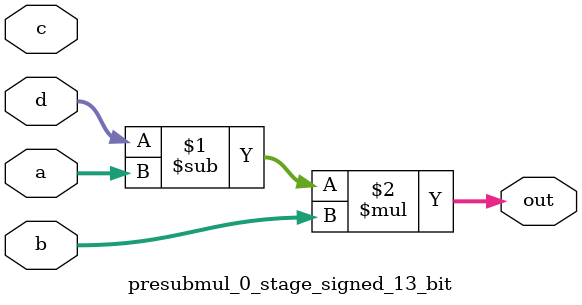
<source format=sv>
(* use_dsp = "yes" *) module presubmul_0_stage_signed_13_bit(
	input signed [12:0] a,
	input signed [12:0] b,
	input signed [12:0] c,
	input signed [12:0] d,
	output [12:0] out
	);

	assign out = (d - a) * b;
endmodule

</source>
